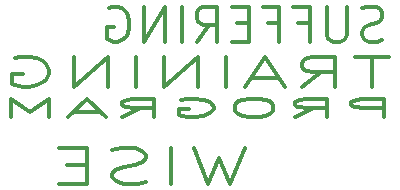
<source format=gbr>
G04 #@! TF.GenerationSoftware,KiCad,Pcbnew,(5.99.0-13010-g08938463f1)*
G04 #@! TF.CreationDate,2022-03-17T12:01:58-05:00*
G04 #@! TF.ProjectId,om,6f6d2e6b-6963-4616-945f-706362585858,v1.0.0*
G04 #@! TF.SameCoordinates,Original*
G04 #@! TF.FileFunction,Paste,Bot*
G04 #@! TF.FilePolarity,Positive*
%FSLAX46Y46*%
G04 Gerber Fmt 4.6, Leading zero omitted, Abs format (unit mm)*
G04 Created by KiCad (PCBNEW (5.99.0-13010-g08938463f1)) date 2022-03-17 12:01:58*
%MOMM*%
%LPD*%
G01*
G04 APERTURE LIST*
%ADD10C,0.300000*%
G04 APERTURE END LIST*
D10*
X242642857Y-148214285D02*
X242214285Y-148357142D01*
X241500000Y-148357142D01*
X241214285Y-148214285D01*
X241071428Y-148071428D01*
X240928571Y-147785714D01*
X240928571Y-147500000D01*
X241071428Y-147214285D01*
X241214285Y-147071428D01*
X241500000Y-146928571D01*
X242071428Y-146785714D01*
X242357142Y-146642857D01*
X242500000Y-146500000D01*
X242642857Y-146214285D01*
X242642857Y-145928571D01*
X242500000Y-145642857D01*
X242357142Y-145500000D01*
X242071428Y-145357142D01*
X241357142Y-145357142D01*
X240928571Y-145500000D01*
X239642857Y-145357142D02*
X239642857Y-147785714D01*
X239500000Y-148071428D01*
X239357142Y-148214285D01*
X239071428Y-148357142D01*
X238500000Y-148357142D01*
X238214285Y-148214285D01*
X238071428Y-148071428D01*
X237928571Y-147785714D01*
X237928571Y-145357142D01*
X235500000Y-146785714D02*
X236500000Y-146785714D01*
X236500000Y-148357142D02*
X236500000Y-145357142D01*
X235071428Y-145357142D01*
X232928571Y-146785714D02*
X233928571Y-146785714D01*
X233928571Y-148357142D02*
X233928571Y-145357142D01*
X232500000Y-145357142D01*
X231357142Y-146785714D02*
X230357142Y-146785714D01*
X229928571Y-148357142D02*
X231357142Y-148357142D01*
X231357142Y-145357142D01*
X229928571Y-145357142D01*
X226928571Y-148357142D02*
X227928571Y-146928571D01*
X228642857Y-148357142D02*
X228642857Y-145357142D01*
X227500000Y-145357142D01*
X227214285Y-145500000D01*
X227071428Y-145642857D01*
X226928571Y-145928571D01*
X226928571Y-146357142D01*
X227071428Y-146642857D01*
X227214285Y-146785714D01*
X227500000Y-146928571D01*
X228642857Y-146928571D01*
X225642857Y-148357142D02*
X225642857Y-145357142D01*
X224214285Y-148357142D02*
X224214285Y-145357142D01*
X222500000Y-148357142D01*
X222500000Y-145357142D01*
X219500000Y-145500000D02*
X219785714Y-145357142D01*
X220214285Y-145357142D01*
X220642857Y-145500000D01*
X220928571Y-145785714D01*
X221071428Y-146071428D01*
X221214285Y-146642857D01*
X221214285Y-147071428D01*
X221071428Y-147642857D01*
X220928571Y-147928571D01*
X220642857Y-148214285D01*
X220214285Y-148357142D01*
X219928571Y-148357142D01*
X219500000Y-148214285D01*
X219357142Y-148071428D01*
X219357142Y-147071428D01*
X219928571Y-147071428D01*
X230976190Y-157357142D02*
X229785714Y-160357142D01*
X228833333Y-158214285D01*
X227880952Y-160357142D01*
X226690476Y-157357142D01*
X224785714Y-160357142D02*
X224785714Y-157357142D01*
X222642857Y-160214285D02*
X221928571Y-160357142D01*
X220738095Y-160357142D01*
X220261904Y-160214285D01*
X220023809Y-160071428D01*
X219785714Y-159785714D01*
X219785714Y-159500000D01*
X220023809Y-159214285D01*
X220261904Y-159071428D01*
X220738095Y-158928571D01*
X221690476Y-158785714D01*
X222166666Y-158642857D01*
X222404761Y-158500000D01*
X222642857Y-158214285D01*
X222642857Y-157928571D01*
X222404761Y-157642857D01*
X222166666Y-157500000D01*
X221690476Y-157357142D01*
X220500000Y-157357142D01*
X219785714Y-157500000D01*
X217642857Y-158785714D02*
X215976190Y-158785714D01*
X215261904Y-160357142D02*
X217642857Y-160357142D01*
X217642857Y-157357142D01*
X215261904Y-157357142D01*
X242771428Y-154678571D02*
X242771428Y-153178571D01*
X240942857Y-153178571D01*
X240485714Y-153250000D01*
X240257142Y-153321428D01*
X240028571Y-153464285D01*
X240028571Y-153678571D01*
X240257142Y-153821428D01*
X240485714Y-153892857D01*
X240942857Y-153964285D01*
X242771428Y-153964285D01*
X235228571Y-154678571D02*
X236828571Y-153964285D01*
X237971428Y-154678571D02*
X237971428Y-153178571D01*
X236142857Y-153178571D01*
X235685714Y-153250000D01*
X235457142Y-153321428D01*
X235228571Y-153464285D01*
X235228571Y-153678571D01*
X235457142Y-153821428D01*
X235685714Y-153892857D01*
X236142857Y-153964285D01*
X237971428Y-153964285D01*
X232257142Y-153178571D02*
X231342857Y-153178571D01*
X230885714Y-153250000D01*
X230428571Y-153392857D01*
X230200000Y-153678571D01*
X230200000Y-154178571D01*
X230428571Y-154464285D01*
X230885714Y-154607142D01*
X231342857Y-154678571D01*
X232257142Y-154678571D01*
X232714285Y-154607142D01*
X233171428Y-154464285D01*
X233400000Y-154178571D01*
X233400000Y-153678571D01*
X233171428Y-153392857D01*
X232714285Y-153250000D01*
X232257142Y-153178571D01*
X225628571Y-153250000D02*
X226085714Y-153178571D01*
X226771428Y-153178571D01*
X227457142Y-153250000D01*
X227914285Y-153392857D01*
X228142857Y-153535714D01*
X228371428Y-153821428D01*
X228371428Y-154035714D01*
X228142857Y-154321428D01*
X227914285Y-154464285D01*
X227457142Y-154607142D01*
X226771428Y-154678571D01*
X226314285Y-154678571D01*
X225628571Y-154607142D01*
X225400000Y-154535714D01*
X225400000Y-154035714D01*
X226314285Y-154035714D01*
X220600000Y-154678571D02*
X222200000Y-153964285D01*
X223342857Y-154678571D02*
X223342857Y-153178571D01*
X221514285Y-153178571D01*
X221057142Y-153250000D01*
X220828571Y-153321428D01*
X220600000Y-153464285D01*
X220600000Y-153678571D01*
X220828571Y-153821428D01*
X221057142Y-153892857D01*
X221514285Y-153964285D01*
X223342857Y-153964285D01*
X218771428Y-154250000D02*
X216485714Y-154250000D01*
X219228571Y-154678571D02*
X217628571Y-153178571D01*
X216028571Y-154678571D01*
X214428571Y-154678571D02*
X214428571Y-153178571D01*
X212828571Y-154250000D01*
X211228571Y-153178571D01*
X211228571Y-154678571D01*
X243190476Y-149630952D02*
X240333333Y-149630952D01*
X241761904Y-152130952D02*
X241761904Y-149630952D01*
X235809523Y-152130952D02*
X237476190Y-150940476D01*
X238666666Y-152130952D02*
X238666666Y-149630952D01*
X236761904Y-149630952D01*
X236285714Y-149750000D01*
X236047619Y-149869047D01*
X235809523Y-150107142D01*
X235809523Y-150464285D01*
X236047619Y-150702380D01*
X236285714Y-150821428D01*
X236761904Y-150940476D01*
X238666666Y-150940476D01*
X233904761Y-151416666D02*
X231523809Y-151416666D01*
X234380952Y-152130952D02*
X232714285Y-149630952D01*
X231047619Y-152130952D01*
X229380952Y-152130952D02*
X229380952Y-149630952D01*
X227000000Y-152130952D02*
X227000000Y-149630952D01*
X224142857Y-152130952D01*
X224142857Y-149630952D01*
X221761904Y-152130952D02*
X221761904Y-149630952D01*
X219380952Y-152130952D02*
X219380952Y-149630952D01*
X216523809Y-152130952D01*
X216523809Y-149630952D01*
X211523809Y-149750000D02*
X212000000Y-149630952D01*
X212714285Y-149630952D01*
X213428571Y-149750000D01*
X213904761Y-149988095D01*
X214142857Y-150226190D01*
X214380952Y-150702380D01*
X214380952Y-151059523D01*
X214142857Y-151535714D01*
X213904761Y-151773809D01*
X213428571Y-152011904D01*
X212714285Y-152130952D01*
X212238095Y-152130952D01*
X211523809Y-152011904D01*
X211285714Y-151892857D01*
X211285714Y-151059523D01*
X212238095Y-151059523D01*
M02*

</source>
